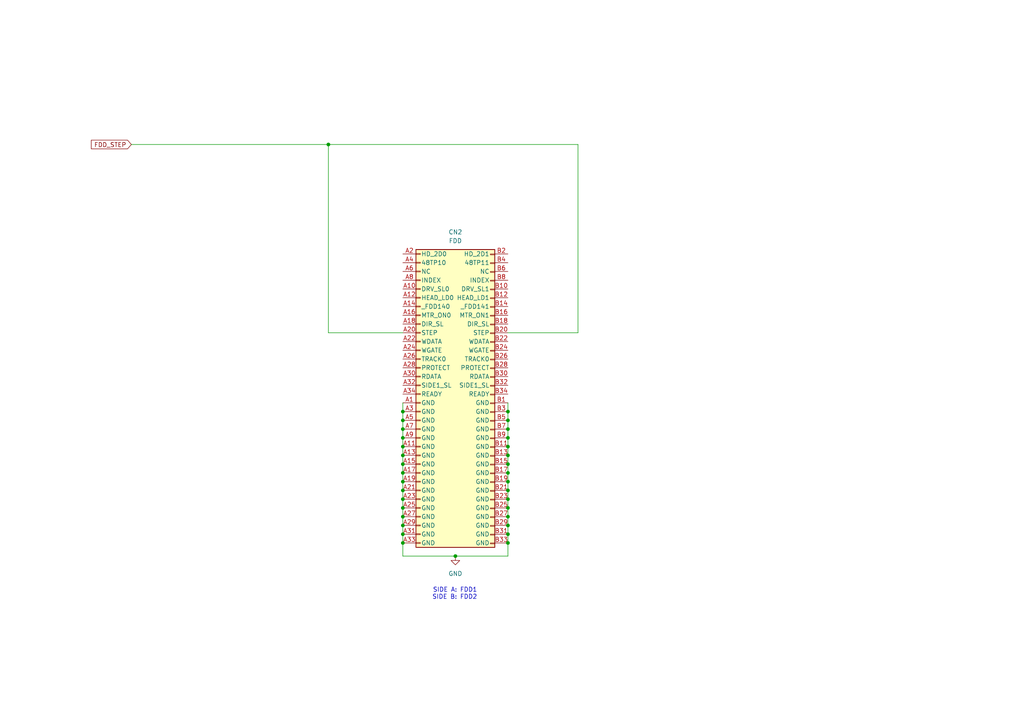
<source format=kicad_sch>
(kicad_sch (version 20230121) (generator eeschema)

  (uuid e504331b-2c8c-41f5-b2b6-78f25aeeff35)

  (paper "A4")

  (lib_symbols
    (symbol "Connector_Generic:Conn_02x34_Row_Letter_First" (pin_names (offset 1.524)) (in_bom yes) (on_board yes)
      (property "Reference" "CN2" (at 0 46.99 0)
        (effects (font (size 1.27 1.27)))
      )
      (property "Value" "FDD" (at 0 44.45 0)
        (effects (font (size 1.27 1.27)))
      )
      (property "Footprint" "88va_Library:HRS_HIF6-68PA" (at 0 -1.27 0)
        (effects (font (size 1.27 1.27)) hide)
      )
      (property "Datasheet" "~" (at -10.16 0 0)
        (effects (font (size 1.27 1.27)) hide)
      )
      (property "ki_keywords" "connector" (at 0 0 0)
        (effects (font (size 1.27 1.27)) hide)
      )
      (property "ki_description" "Generic connector, double row, 02x34, row letter first pin numbering scheme (pin number consists of a letter for the row and a number for the pin index in this row. a1, ..., aN; b1, ..., bN), script generated (kicad-library-utils/schlib/autogen/connector/)" (at 0 0 0)
        (effects (font (size 1.27 1.27)) hide)
      )
      (property "ki_fp_filters" "Connector*:*_2x??_*" (at 0 0 0)
        (effects (font (size 1.27 1.27)) hide)
      )
      (symbol "Conn_02x34_Row_Letter_First_1_1"
        (rectangle (start -11.43 -43.053) (end -10.16 -43.307)
          (stroke (width 0.1524) (type default))
          (fill (type none))
        )
        (rectangle (start -11.43 -40.513) (end -10.16 -40.767)
          (stroke (width 0.1524) (type default))
          (fill (type none))
        )
        (rectangle (start -11.43 -37.973) (end -10.16 -38.227)
          (stroke (width 0.1524) (type default))
          (fill (type none))
        )
        (rectangle (start -11.43 -35.433) (end -10.16 -35.687)
          (stroke (width 0.1524) (type default))
          (fill (type none))
        )
        (rectangle (start -11.43 -32.893) (end -10.16 -33.147)
          (stroke (width 0.1524) (type default))
          (fill (type none))
        )
        (rectangle (start -11.43 -30.353) (end -10.16 -30.607)
          (stroke (width 0.1524) (type default))
          (fill (type none))
        )
        (rectangle (start -11.43 -27.813) (end -10.16 -28.067)
          (stroke (width 0.1524) (type default))
          (fill (type none))
        )
        (rectangle (start -11.43 -25.273) (end -10.16 -25.527)
          (stroke (width 0.1524) (type default))
          (fill (type none))
        )
        (rectangle (start -11.43 -22.733) (end -10.16 -22.987)
          (stroke (width 0.1524) (type default))
          (fill (type none))
        )
        (rectangle (start -11.43 -20.193) (end -10.16 -20.447)
          (stroke (width 0.1524) (type default))
          (fill (type none))
        )
        (rectangle (start -11.43 -17.653) (end -10.16 -17.907)
          (stroke (width 0.1524) (type default))
          (fill (type none))
        )
        (rectangle (start -11.43 -15.113) (end -10.16 -15.367)
          (stroke (width 0.1524) (type default))
          (fill (type none))
        )
        (rectangle (start -11.43 -12.573) (end -10.16 -12.827)
          (stroke (width 0.1524) (type default))
          (fill (type none))
        )
        (rectangle (start -11.43 -10.033) (end -10.16 -10.287)
          (stroke (width 0.1524) (type default))
          (fill (type none))
        )
        (rectangle (start -11.43 -7.493) (end -10.16 -7.747)
          (stroke (width 0.1524) (type default))
          (fill (type none))
        )
        (rectangle (start -11.43 -4.953) (end -10.16 -5.207)
          (stroke (width 0.1524) (type default))
          (fill (type none))
        )
        (rectangle (start -11.43 -2.413) (end -10.16 -2.667)
          (stroke (width 0.1524) (type default))
          (fill (type none))
        )
        (rectangle (start -11.43 0.127) (end -10.16 -0.127)
          (stroke (width 0.1524) (type default))
          (fill (type none))
        )
        (rectangle (start -11.43 2.667) (end -10.16 2.413)
          (stroke (width 0.1524) (type default))
          (fill (type none))
        )
        (rectangle (start -11.43 5.207) (end -10.16 4.953)
          (stroke (width 0.1524) (type default))
          (fill (type none))
        )
        (rectangle (start -11.43 7.747) (end -10.16 7.493)
          (stroke (width 0.1524) (type default))
          (fill (type none))
        )
        (rectangle (start -11.43 10.287) (end -10.16 10.033)
          (stroke (width 0.1524) (type default))
          (fill (type none))
        )
        (rectangle (start -11.43 12.827) (end -10.16 12.573)
          (stroke (width 0.1524) (type default))
          (fill (type none))
        )
        (rectangle (start -11.43 15.367) (end -10.16 15.113)
          (stroke (width 0.1524) (type default))
          (fill (type none))
        )
        (rectangle (start -11.43 17.907) (end -10.16 17.653)
          (stroke (width 0.1524) (type default))
          (fill (type none))
        )
        (rectangle (start -11.43 20.447) (end -10.16 20.193)
          (stroke (width 0.1524) (type default))
          (fill (type none))
        )
        (rectangle (start -11.43 22.987) (end -10.16 22.733)
          (stroke (width 0.1524) (type default))
          (fill (type none))
        )
        (rectangle (start -11.43 25.527) (end -10.16 25.273)
          (stroke (width 0.1524) (type default))
          (fill (type none))
        )
        (rectangle (start -11.43 28.067) (end -10.16 27.813)
          (stroke (width 0.1524) (type default))
          (fill (type none))
        )
        (rectangle (start -11.43 30.607) (end -10.16 30.353)
          (stroke (width 0.1524) (type default))
          (fill (type none))
        )
        (rectangle (start -11.43 33.147) (end -10.16 32.893)
          (stroke (width 0.1524) (type default))
          (fill (type none))
        )
        (rectangle (start -11.43 35.687) (end -10.16 35.433)
          (stroke (width 0.1524) (type default))
          (fill (type none))
        )
        (rectangle (start -11.43 38.227) (end -10.16 37.973)
          (stroke (width 0.1524) (type default))
          (fill (type none))
        )
        (rectangle (start -11.43 40.767) (end -10.16 40.513)
          (stroke (width 0.1524) (type default))
          (fill (type none))
        )
        (rectangle (start -11.43 41.91) (end 11.43 -44.45)
          (stroke (width 0.254) (type default))
          (fill (type background))
        )
        (rectangle (start 11.43 -43.18) (end 10.16 -43.434)
          (stroke (width 0.1524) (type default))
          (fill (type none))
        )
        (rectangle (start 11.43 -40.64) (end 10.16 -40.894)
          (stroke (width 0.1524) (type default))
          (fill (type none))
        )
        (rectangle (start 11.43 -38.1) (end 10.16 -38.354)
          (stroke (width 0.1524) (type default))
          (fill (type none))
        )
        (rectangle (start 11.43 -35.56) (end 10.16 -35.814)
          (stroke (width 0.1524) (type default))
          (fill (type none))
        )
        (rectangle (start 11.43 -33.02) (end 10.16 -33.274)
          (stroke (width 0.1524) (type default))
          (fill (type none))
        )
        (rectangle (start 11.43 -30.48) (end 10.16 -30.734)
          (stroke (width 0.1524) (type default))
          (fill (type none))
        )
        (rectangle (start 11.43 -27.94) (end 10.16 -28.194)
          (stroke (width 0.1524) (type default))
          (fill (type none))
        )
        (rectangle (start 11.43 -25.4) (end 10.16 -25.654)
          (stroke (width 0.1524) (type default))
          (fill (type none))
        )
        (rectangle (start 11.43 -22.86) (end 10.16 -23.114)
          (stroke (width 0.1524) (type default))
          (fill (type none))
        )
        (rectangle (start 11.43 -20.32) (end 10.16 -20.574)
          (stroke (width 0.1524) (type default))
          (fill (type none))
        )
        (rectangle (start 11.43 -17.78) (end 10.16 -18.034)
          (stroke (width 0.1524) (type default))
          (fill (type none))
        )
        (rectangle (start 11.43 -15.24) (end 10.16 -15.494)
          (stroke (width 0.1524) (type default))
          (fill (type none))
        )
        (rectangle (start 11.43 -12.7) (end 10.16 -12.954)
          (stroke (width 0.1524) (type default))
          (fill (type none))
        )
        (rectangle (start 11.43 -10.16) (end 10.16 -10.414)
          (stroke (width 0.1524) (type default))
          (fill (type none))
        )
        (rectangle (start 11.43 -7.62) (end 10.16 -7.874)
          (stroke (width 0.1524) (type default))
          (fill (type none))
        )
        (rectangle (start 11.43 -5.08) (end 10.16 -5.334)
          (stroke (width 0.1524) (type default))
          (fill (type none))
        )
        (rectangle (start 11.43 -2.54) (end 10.16 -2.794)
          (stroke (width 0.1524) (type default))
          (fill (type none))
        )
        (rectangle (start 11.43 0) (end 10.16 -0.254)
          (stroke (width 0.1524) (type default))
          (fill (type none))
        )
        (rectangle (start 11.43 2.54) (end 10.16 2.286)
          (stroke (width 0.1524) (type default))
          (fill (type none))
        )
        (rectangle (start 11.43 5.08) (end 10.16 4.826)
          (stroke (width 0.1524) (type default))
          (fill (type none))
        )
        (rectangle (start 11.43 7.62) (end 10.16 7.366)
          (stroke (width 0.1524) (type default))
          (fill (type none))
        )
        (rectangle (start 11.43 10.16) (end 10.16 9.906)
          (stroke (width 0.1524) (type default))
          (fill (type none))
        )
        (rectangle (start 11.43 12.7) (end 10.16 12.446)
          (stroke (width 0.1524) (type default))
          (fill (type none))
        )
        (rectangle (start 11.43 15.24) (end 10.16 14.986)
          (stroke (width 0.1524) (type default))
          (fill (type none))
        )
        (rectangle (start 11.43 17.78) (end 10.16 17.526)
          (stroke (width 0.1524) (type default))
          (fill (type none))
        )
        (rectangle (start 11.43 20.32) (end 10.16 20.066)
          (stroke (width 0.1524) (type default))
          (fill (type none))
        )
        (rectangle (start 11.43 22.86) (end 10.16 22.606)
          (stroke (width 0.1524) (type default))
          (fill (type none))
        )
        (rectangle (start 11.43 25.4) (end 10.16 25.146)
          (stroke (width 0.1524) (type default))
          (fill (type none))
        )
        (rectangle (start 11.43 27.94) (end 10.16 27.686)
          (stroke (width 0.1524) (type default))
          (fill (type none))
        )
        (rectangle (start 11.43 30.48) (end 10.16 30.226)
          (stroke (width 0.1524) (type default))
          (fill (type none))
        )
        (rectangle (start 11.43 33.02) (end 10.16 32.766)
          (stroke (width 0.1524) (type default))
          (fill (type none))
        )
        (rectangle (start 11.43 35.56) (end 10.16 35.306)
          (stroke (width 0.1524) (type default))
          (fill (type none))
        )
        (rectangle (start 11.43 38.1) (end 10.16 37.846)
          (stroke (width 0.1524) (type default))
          (fill (type none))
        )
        (rectangle (start 11.43 40.64) (end 10.16 40.386)
          (stroke (width 0.1524) (type default))
          (fill (type none))
        )
        (pin passive line (at -15.24 -2.54 0) (length 3.81)
          (name "GND" (effects (font (size 1.27 1.27))))
          (number "A1" (effects (font (size 1.27 1.27))))
        )
        (pin passive line (at -15.24 30.48 0) (length 3.81)
          (name "DRV_SL0" (effects (font (size 1.27 1.27))))
          (number "A10" (effects (font (size 1.27 1.27))))
        )
        (pin passive line (at -15.24 -15.24 0) (length 3.81)
          (name "GND" (effects (font (size 1.27 1.27))))
          (number "A11" (effects (font (size 1.27 1.27))))
        )
        (pin passive line (at -15.24 27.94 0) (length 3.81)
          (name "HEAD_LD0" (effects (font (size 1.27 1.27))))
          (number "A12" (effects (font (size 1.27 1.27))))
        )
        (pin passive line (at -15.24 -17.78 0) (length 3.81)
          (name "GND" (effects (font (size 1.27 1.27))))
          (number "A13" (effects (font (size 1.27 1.27))))
        )
        (pin passive line (at -15.24 25.4 0) (length 3.81)
          (name "_FDD140" (effects (font (size 1.27 1.27))))
          (number "A14" (effects (font (size 1.27 1.27))))
        )
        (pin passive line (at -15.24 -20.32 0) (length 3.81)
          (name "GND" (effects (font (size 1.27 1.27))))
          (number "A15" (effects (font (size 1.27 1.27))))
        )
        (pin passive line (at -15.24 22.86 0) (length 3.81)
          (name "MTR_ON0" (effects (font (size 1.27 1.27))))
          (number "A16" (effects (font (size 1.27 1.27))))
        )
        (pin passive line (at -15.24 -22.86 0) (length 3.81)
          (name "GND" (effects (font (size 1.27 1.27))))
          (number "A17" (effects (font (size 1.27 1.27))))
        )
        (pin passive line (at -15.24 20.32 0) (length 3.81)
          (name "DIR_SL" (effects (font (size 1.27 1.27))))
          (number "A18" (effects (font (size 1.27 1.27))))
        )
        (pin passive line (at -15.24 -25.4 0) (length 3.81)
          (name "GND" (effects (font (size 1.27 1.27))))
          (number "A19" (effects (font (size 1.27 1.27))))
        )
        (pin passive line (at -15.24 40.64 0) (length 3.81)
          (name "HD_2D0" (effects (font (size 1.27 1.27))))
          (number "A2" (effects (font (size 1.27 1.27))))
        )
        (pin passive line (at -15.24 17.78 0) (length 3.81)
          (name "STEP" (effects (font (size 1.27 1.27))))
          (number "A20" (effects (font (size 1.27 1.27))))
        )
        (pin passive line (at -15.24 -27.94 0) (length 3.81)
          (name "GND" (effects (font (size 1.27 1.27))))
          (number "A21" (effects (font (size 1.27 1.27))))
        )
        (pin passive line (at -15.24 15.24 0) (length 3.81)
          (name "WDATA" (effects (font (size 1.27 1.27))))
          (number "A22" (effects (font (size 1.27 1.27))))
        )
        (pin passive line (at -15.24 -30.48 0) (length 3.81)
          (name "GND" (effects (font (size 1.27 1.27))))
          (number "A23" (effects (font (size 1.27 1.27))))
        )
        (pin passive line (at -15.24 12.7 0) (length 3.81)
          (name "WGATE" (effects (font (size 1.27 1.27))))
          (number "A24" (effects (font (size 1.27 1.27))))
        )
        (pin passive line (at -15.24 -33.02 0) (length 3.81)
          (name "GND" (effects (font (size 1.27 1.27))))
          (number "A25" (effects (font (size 1.27 1.27))))
        )
        (pin passive line (at -15.24 10.16 0) (length 3.81)
          (name "TRACK0" (effects (font (size 1.27 1.27))))
          (number "A26" (effects (font (size 1.27 1.27))))
        )
        (pin passive line (at -15.24 -35.56 0) (length 3.81)
          (name "GND" (effects (font (size 1.27 1.27))))
          (number "A27" (effects (font (size 1.27 1.27))))
        )
        (pin passive line (at -15.24 7.62 0) (length 3.81)
          (name "PROTECT" (effects (font (size 1.27 1.27))))
          (number "A28" (effects (font (size 1.27 1.27))))
        )
        (pin passive line (at -15.24 -38.1 0) (length 3.81)
          (name "GND" (effects (font (size 1.27 1.27))))
          (number "A29" (effects (font (size 1.27 1.27))))
        )
        (pin passive line (at -15.24 -5.08 0) (length 3.81)
          (name "GND" (effects (font (size 1.27 1.27))))
          (number "A3" (effects (font (size 1.27 1.27))))
        )
        (pin passive line (at -15.24 5.08 0) (length 3.81)
          (name "RDATA" (effects (font (size 1.27 1.27))))
          (number "A30" (effects (font (size 1.27 1.27))))
        )
        (pin passive line (at -15.24 -40.64 0) (length 3.81)
          (name "GND" (effects (font (size 1.27 1.27))))
          (number "A31" (effects (font (size 1.27 1.27))))
        )
        (pin passive line (at -15.24 2.54 0) (length 3.81)
          (name "SIDE1_SL" (effects (font (size 1.27 1.27))))
          (number "A32" (effects (font (size 1.27 1.27))))
        )
        (pin passive line (at -15.24 -43.18 0) (length 3.81)
          (name "GND" (effects (font (size 1.27 1.27))))
          (number "A33" (effects (font (size 1.27 1.27))))
        )
        (pin passive line (at -15.24 0 0) (length 3.81)
          (name "READY" (effects (font (size 1.27 1.27))))
          (number "A34" (effects (font (size 1.27 1.27))))
        )
        (pin passive line (at -15.24 38.1 0) (length 3.81)
          (name "48TP10" (effects (font (size 1.27 1.27))))
          (number "A4" (effects (font (size 1.27 1.27))))
        )
        (pin passive line (at -15.24 -7.62 0) (length 3.81)
          (name "GND" (effects (font (size 1.27 1.27))))
          (number "A5" (effects (font (size 1.27 1.27))))
        )
        (pin passive line (at -15.24 35.56 0) (length 3.81)
          (name "NC" (effects (font (size 1.27 1.27))))
          (number "A6" (effects (font (size 1.27 1.27))))
        )
        (pin passive line (at -15.24 -10.16 0) (length 3.81)
          (name "GND" (effects (font (size 1.27 1.27))))
          (number "A7" (effects (font (size 1.27 1.27))))
        )
        (pin passive line (at -15.24 33.02 0) (length 3.81)
          (name "INDEX" (effects (font (size 1.27 1.27))))
          (number "A8" (effects (font (size 1.27 1.27))))
        )
        (pin passive line (at -15.24 -12.7 0) (length 3.81)
          (name "GND" (effects (font (size 1.27 1.27))))
          (number "A9" (effects (font (size 1.27 1.27))))
        )
        (pin passive line (at 15.24 -2.54 180) (length 3.81)
          (name "GND" (effects (font (size 1.27 1.27))))
          (number "B1" (effects (font (size 1.27 1.27))))
        )
        (pin passive line (at 15.24 30.48 180) (length 3.81)
          (name "DRV_SL1" (effects (font (size 1.27 1.27))))
          (number "B10" (effects (font (size 1.27 1.27))))
        )
        (pin passive line (at 15.24 -15.24 180) (length 3.81)
          (name "GND" (effects (font (size 1.27 1.27))))
          (number "B11" (effects (font (size 1.27 1.27))))
        )
        (pin passive line (at 15.24 27.94 180) (length 3.81)
          (name "HEAD_LD1" (effects (font (size 1.27 1.27))))
          (number "B12" (effects (font (size 1.27 1.27))))
        )
        (pin passive line (at 15.24 -17.78 180) (length 3.81)
          (name "GND" (effects (font (size 1.27 1.27))))
          (number "B13" (effects (font (size 1.27 1.27))))
        )
        (pin passive line (at 15.24 25.4 180) (length 3.81)
          (name "_FDD141" (effects (font (size 1.27 1.27))))
          (number "B14" (effects (font (size 1.27 1.27))))
        )
        (pin passive line (at 15.24 -20.32 180) (length 3.81)
          (name "GND" (effects (font (size 1.27 1.27))))
          (number "B15" (effects (font (size 1.27 1.27))))
        )
        (pin passive line (at 15.24 22.86 180) (length 3.81)
          (name "MTR_ON1" (effects (font (size 1.27 1.27))))
          (number "B16" (effects (font (size 1.27 1.27))))
        )
        (pin passive line (at 15.24 -22.86 180) (length 3.81)
          (name "GND" (effects (font (size 1.27 1.27))))
          (number "B17" (effects (font (size 1.27 1.27))))
        )
        (pin passive line (at 15.24 20.32 180) (length 3.81)
          (name "DIR_SL" (effects (font (size 1.27 1.27))))
          (number "B18" (effects (font (size 1.27 1.27))))
        )
        (pin passive line (at 15.24 -25.4 180) (length 3.81)
          (name "GND" (effects (font (size 1.27 1.27))))
          (number "B19" (effects (font (size 1.27 1.27))))
        )
        (pin passive line (at 15.24 40.64 180) (length 3.81)
          (name "HD_2D1" (effects (font (size 1.27 1.27))))
          (number "B2" (effects (font (size 1.27 1.27))))
        )
        (pin passive line (at 15.24 17.78 180) (length 3.81)
          (name "STEP" (effects (font (size 1.27 1.27))))
          (number "B20" (effects (font (size 1.27 1.27))))
        )
        (pin passive line (at 15.24 -27.94 180) (length 3.81)
          (name "GND" (effects (font (size 1.27 1.27))))
          (number "B21" (effects (font (size 1.27 1.27))))
        )
        (pin passive line (at 15.24 15.24 180) (length 3.81)
          (name "WDATA" (effects (font (size 1.27 1.27))))
          (number "B22" (effects (font (size 1.27 1.27))))
        )
        (pin passive line (at 15.24 -30.48 180) (length 3.81)
          (name "GND" (effects (font (size 1.27 1.27))))
          (number "B23" (effects (font (size 1.27 1.27))))
        )
        (pin passive line (at 15.24 12.7 180) (length 3.81)
          (name "WGATE" (effects (font (size 1.27 1.27))))
          (number "B24" (effects (font (size 1.27 1.27))))
        )
        (pin passive line (at 15.24 -33.02 180) (length 3.81)
          (name "GND" (effects (font (size 1.27 1.27))))
          (number "B25" (effects (font (size 1.27 1.27))))
        )
        (pin passive line (at 15.24 10.16 180) (length 3.81)
          (name "TRACK0" (effects (font (size 1.27 1.27))))
          (number "B26" (effects (font (size 1.27 1.27))))
        )
        (pin passive line (at 15.24 -35.56 180) (length 3.81)
          (name "GND" (effects (font (size 1.27 1.27))))
          (number "B27" (effects (font (size 1.27 1.27))))
        )
        (pin passive line (at 15.24 7.62 180) (length 3.81)
          (name "PROTECT" (effects (font (size 1.27 1.27))))
          (number "B28" (effects (font (size 1.27 1.27))))
        )
        (pin passive line (at 15.24 -38.1 180) (length 3.81)
          (name "GND" (effects (font (size 1.27 1.27))))
          (number "B29" (effects (font (size 1.27 1.27))))
        )
        (pin passive line (at 15.24 -5.08 180) (length 3.81)
          (name "GND" (effects (font (size 1.27 1.27))))
          (number "B3" (effects (font (size 1.27 1.27))))
        )
        (pin passive line (at 15.24 5.08 180) (length 3.81)
          (name "RDATA" (effects (font (size 1.27 1.27))))
          (number "B30" (effects (font (size 1.27 1.27))))
        )
        (pin passive line (at 15.24 -40.64 180) (length 3.81)
          (name "GND" (effects (font (size 1.27 1.27))))
          (number "B31" (effects (font (size 1.27 1.27))))
        )
        (pin passive line (at 15.24 2.54 180) (length 3.81)
          (name "SIDE1_SL" (effects (font (size 1.27 1.27))))
          (number "B32" (effects (font (size 1.27 1.27))))
        )
        (pin passive line (at 15.24 -43.18 180) (length 3.81)
          (name "GND" (effects (font (size 1.27 1.27))))
          (number "B33" (effects (font (size 1.27 1.27))))
        )
        (pin passive line (at 15.24 0 180) (length 3.81)
          (name "READY" (effects (font (size 1.27 1.27))))
          (number "B34" (effects (font (size 1.27 1.27))))
        )
        (pin passive line (at 15.24 38.1 180) (length 3.81)
          (name "48TP11" (effects (font (size 1.27 1.27))))
          (number "B4" (effects (font (size 1.27 1.27))))
        )
        (pin passive line (at 15.24 -7.62 180) (length 3.81)
          (name "GND" (effects (font (size 1.27 1.27))))
          (number "B5" (effects (font (size 1.27 1.27))))
        )
        (pin passive line (at 15.24 35.56 180) (length 3.81)
          (name "NC" (effects (font (size 1.27 1.27))))
          (number "B6" (effects (font (size 1.27 1.27))))
        )
        (pin passive line (at 15.24 -10.16 180) (length 3.81)
          (name "GND" (effects (font (size 1.27 1.27))))
          (number "B7" (effects (font (size 1.27 1.27))))
        )
        (pin passive line (at 15.24 33.02 180) (length 3.81)
          (name "INDEX" (effects (font (size 1.27 1.27))))
          (number "B8" (effects (font (size 1.27 1.27))))
        )
        (pin passive line (at 15.24 -12.7 180) (length 3.81)
          (name "GND" (effects (font (size 1.27 1.27))))
          (number "B9" (effects (font (size 1.27 1.27))))
        )
      )
    )
    (symbol "power:GND" (power) (pin_names (offset 0)) (in_bom yes) (on_board yes)
      (property "Reference" "#PWR" (at 0 -6.35 0)
        (effects (font (size 1.27 1.27)) hide)
      )
      (property "Value" "GND" (at 0 -3.81 0)
        (effects (font (size 1.27 1.27)))
      )
      (property "Footprint" "" (at 0 0 0)
        (effects (font (size 1.27 1.27)) hide)
      )
      (property "Datasheet" "" (at 0 0 0)
        (effects (font (size 1.27 1.27)) hide)
      )
      (property "ki_keywords" "global power" (at 0 0 0)
        (effects (font (size 1.27 1.27)) hide)
      )
      (property "ki_description" "Power symbol creates a global label with name \"GND\" , ground" (at 0 0 0)
        (effects (font (size 1.27 1.27)) hide)
      )
      (symbol "GND_0_1"
        (polyline
          (pts
            (xy 0 0)
            (xy 0 -1.27)
            (xy 1.27 -1.27)
            (xy 0 -2.54)
            (xy -1.27 -1.27)
            (xy 0 -1.27)
          )
          (stroke (width 0) (type default))
          (fill (type none))
        )
      )
      (symbol "GND_1_1"
        (pin power_in line (at 0 0 270) (length 0) hide
          (name "GND" (effects (font (size 1.27 1.27))))
          (number "1" (effects (font (size 1.27 1.27))))
        )
      )
    )
  )

  (junction (at 116.84 139.7) (diameter 0) (color 0 0 0 0)
    (uuid 056983cb-1ef4-42ac-805d-d02514b7f45a)
  )
  (junction (at 116.84 132.08) (diameter 0) (color 0 0 0 0)
    (uuid 0e551bdd-3ec3-4aec-b9f5-ae90788cbc0f)
  )
  (junction (at 116.84 149.86) (diameter 0) (color 0 0 0 0)
    (uuid 0ed4f88b-4621-4bfe-b585-0c958ea9ba09)
  )
  (junction (at 116.84 137.16) (diameter 0) (color 0 0 0 0)
    (uuid 0eed5106-af35-4814-a5c7-e535b7c966c7)
  )
  (junction (at 116.84 127) (diameter 0) (color 0 0 0 0)
    (uuid 14fa73e0-febf-46e8-9b9e-a8c8ae815d59)
  )
  (junction (at 116.84 157.48) (diameter 0) (color 0 0 0 0)
    (uuid 1bddf2df-00ea-4655-b59e-0e61a8851c4f)
  )
  (junction (at 116.84 119.38) (diameter 0) (color 0 0 0 0)
    (uuid 2005bb6d-79cf-4d8f-940a-2d00b8e173cd)
  )
  (junction (at 147.32 147.32) (diameter 0) (color 0 0 0 0)
    (uuid 29e11ba6-4d41-4e5b-b9a0-53c35541b16d)
  )
  (junction (at 116.84 144.78) (diameter 0) (color 0 0 0 0)
    (uuid 43481aab-e388-434b-8aae-ba207d01b3f6)
  )
  (junction (at 147.32 139.7) (diameter 0) (color 0 0 0 0)
    (uuid 47c18c06-86b3-420d-af1c-ebfff26a09bf)
  )
  (junction (at 116.84 124.46) (diameter 0) (color 0 0 0 0)
    (uuid 47def736-ce07-4762-b709-ff04206c5a92)
  )
  (junction (at 116.84 147.32) (diameter 0) (color 0 0 0 0)
    (uuid 4f7d5093-4bdc-4765-86a0-97c345a8cd3b)
  )
  (junction (at 116.84 129.54) (diameter 0) (color 0 0 0 0)
    (uuid 51a1afcd-b26f-4e5b-9174-87687a238519)
  )
  (junction (at 116.84 142.24) (diameter 0) (color 0 0 0 0)
    (uuid 59f296ff-6da3-4e29-a436-677f7d19d371)
  )
  (junction (at 147.32 121.92) (diameter 0) (color 0 0 0 0)
    (uuid 653e4464-fcd5-4cb3-880e-1852d76e4e86)
  )
  (junction (at 147.32 137.16) (diameter 0) (color 0 0 0 0)
    (uuid 6d71dfc0-2096-4d45-9297-fbc9fbcbd7e4)
  )
  (junction (at 147.32 142.24) (diameter 0) (color 0 0 0 0)
    (uuid 6e902d6a-de66-408f-894b-530fd076f08a)
  )
  (junction (at 147.32 157.48) (diameter 0) (color 0 0 0 0)
    (uuid 8092043a-978d-4d5e-a7ab-75fce4f1e89c)
  )
  (junction (at 116.84 134.62) (diameter 0) (color 0 0 0 0)
    (uuid 81ac9a43-e92a-4413-8c0e-ebdb52e253d0)
  )
  (junction (at 147.32 127) (diameter 0) (color 0 0 0 0)
    (uuid 94aa5cf8-3276-44fe-b258-66cc2510b440)
  )
  (junction (at 147.32 154.94) (diameter 0) (color 0 0 0 0)
    (uuid 962d0839-b83d-42bb-bbcd-18cb91dc5e69)
  )
  (junction (at 116.84 152.4) (diameter 0) (color 0 0 0 0)
    (uuid 97fb6db7-a302-4e57-99a2-04f1728f07a6)
  )
  (junction (at 147.32 149.86) (diameter 0) (color 0 0 0 0)
    (uuid 9ee1c0a4-bede-428d-a7f2-c983fa465e08)
  )
  (junction (at 116.84 154.94) (diameter 0) (color 0 0 0 0)
    (uuid a1bcf045-91c0-44ed-9aab-df2782f9aeca)
  )
  (junction (at 147.32 132.08) (diameter 0) (color 0 0 0 0)
    (uuid a56de5eb-0f86-42ff-b96b-ee78976bdbf6)
  )
  (junction (at 147.32 144.78) (diameter 0) (color 0 0 0 0)
    (uuid c0be2d47-cd1b-4800-be30-68376771f55f)
  )
  (junction (at 132.08 161.29) (diameter 0) (color 0 0 0 0)
    (uuid cd4dde8f-4adf-4178-b348-1cd64db592b9)
  )
  (junction (at 147.32 129.54) (diameter 0) (color 0 0 0 0)
    (uuid d1bf891c-ad05-4afe-a1f0-9e2fd53b570c)
  )
  (junction (at 116.84 121.92) (diameter 0) (color 0 0 0 0)
    (uuid d6c76054-156a-4218-963b-7c34909d9cf2)
  )
  (junction (at 147.32 124.46) (diameter 0) (color 0 0 0 0)
    (uuid d9e82b48-b923-4c1f-80c8-97512a698253)
  )
  (junction (at 147.32 152.4) (diameter 0) (color 0 0 0 0)
    (uuid db885dd2-375f-4078-b30c-a9f5aa5ffd9d)
  )
  (junction (at 147.32 119.38) (diameter 0) (color 0 0 0 0)
    (uuid e88b6658-57ab-4174-bfb7-8e39b6dcfd66)
  )
  (junction (at 147.32 134.62) (diameter 0) (color 0 0 0 0)
    (uuid f0fa0a07-e573-452d-8b11-ffbc42823e3c)
  )
  (junction (at 95.25 41.91) (diameter 0) (color 0 0 0 0)
    (uuid fbf11d50-eed9-4c05-83fb-b2341de9cc39)
  )

  (wire (pts (xy 116.84 139.7) (xy 116.84 142.24))
    (stroke (width 0) (type default))
    (uuid 0122b89c-f64d-4dce-abc1-05cb906e8ff7)
  )
  (wire (pts (xy 147.32 127) (xy 147.32 129.54))
    (stroke (width 0) (type default))
    (uuid 0857c415-b16c-496b-9d57-1d023cfa390d)
  )
  (wire (pts (xy 116.84 134.62) (xy 116.84 137.16))
    (stroke (width 0) (type default))
    (uuid 162df5d4-02a8-4e1f-b30c-d37b957387c1)
  )
  (wire (pts (xy 116.84 154.94) (xy 116.84 157.48))
    (stroke (width 0) (type default))
    (uuid 1750201f-81bb-4e12-b5ab-1c19c24d6d9f)
  )
  (wire (pts (xy 147.32 154.94) (xy 147.32 157.48))
    (stroke (width 0) (type default))
    (uuid 1d138bc6-c39f-4f07-89be-2e0d21777e37)
  )
  (wire (pts (xy 116.84 144.78) (xy 116.84 147.32))
    (stroke (width 0) (type default))
    (uuid 32e5a739-2a95-47ce-bcb8-c9a80d25486b)
  )
  (wire (pts (xy 147.32 134.62) (xy 147.32 137.16))
    (stroke (width 0) (type default))
    (uuid 350efffc-8675-4df2-87ba-d2bb10aaff60)
  )
  (wire (pts (xy 116.84 152.4) (xy 116.84 154.94))
    (stroke (width 0) (type default))
    (uuid 41656665-82f4-4ac2-afb0-6d93f69ecdf6)
  )
  (wire (pts (xy 116.84 124.46) (xy 116.84 127))
    (stroke (width 0) (type default))
    (uuid 4174316c-2a84-4e75-aa22-86d0d5f86a0c)
  )
  (wire (pts (xy 147.32 96.52) (xy 167.64 96.52))
    (stroke (width 0) (type default))
    (uuid 44f4aff7-7718-4f3a-b024-61a5eba034db)
  )
  (wire (pts (xy 167.64 41.91) (xy 167.64 96.52))
    (stroke (width 0) (type default))
    (uuid 4b426464-c729-4900-a5a0-783b68f54276)
  )
  (wire (pts (xy 147.32 157.48) (xy 147.32 161.29))
    (stroke (width 0) (type default))
    (uuid 56f1bf14-2b3f-45f7-8cd8-2bd5675f70f4)
  )
  (wire (pts (xy 116.84 116.84) (xy 116.84 119.38))
    (stroke (width 0) (type default))
    (uuid 5f484895-3a28-4e12-a685-5c6c8945ed45)
  )
  (wire (pts (xy 95.25 41.91) (xy 167.64 41.91))
    (stroke (width 0) (type default))
    (uuid 62659a4d-e788-44cd-98e6-111dfc354dbd)
  )
  (wire (pts (xy 147.32 124.46) (xy 147.32 127))
    (stroke (width 0) (type default))
    (uuid 64c34302-e915-4902-ba0b-fdff819edef6)
  )
  (wire (pts (xy 116.84 121.92) (xy 116.84 124.46))
    (stroke (width 0) (type default))
    (uuid 7654788b-221c-4f99-92ca-c23e7771aeb3)
  )
  (wire (pts (xy 147.32 142.24) (xy 147.32 144.78))
    (stroke (width 0) (type default))
    (uuid 78d40845-3c52-44c6-9553-c2cba4598904)
  )
  (wire (pts (xy 147.32 147.32) (xy 147.32 149.86))
    (stroke (width 0) (type default))
    (uuid 79455224-e6af-4142-aea4-32ea954a2aed)
  )
  (wire (pts (xy 116.84 157.48) (xy 116.84 161.29))
    (stroke (width 0) (type default))
    (uuid 7a153959-c21e-4263-9e30-f748107a0993)
  )
  (wire (pts (xy 147.32 132.08) (xy 147.32 134.62))
    (stroke (width 0) (type default))
    (uuid 7ab4ae3d-6aa0-4c2e-8e2e-6cdc0e6589bc)
  )
  (wire (pts (xy 116.84 147.32) (xy 116.84 149.86))
    (stroke (width 0) (type default))
    (uuid 7d4719ea-f76f-440d-a93a-2a5b65467ef9)
  )
  (wire (pts (xy 95.25 41.91) (xy 95.25 96.52))
    (stroke (width 0) (type default))
    (uuid 89c15589-bbd0-42f4-aa4c-1c4048af9e2c)
  )
  (wire (pts (xy 147.32 129.54) (xy 147.32 132.08))
    (stroke (width 0) (type default))
    (uuid 8e9adaa6-af8a-4007-9a99-a8d1ba664cf2)
  )
  (wire (pts (xy 116.84 149.86) (xy 116.84 152.4))
    (stroke (width 0) (type default))
    (uuid 9418c8a0-b11e-439d-bade-5e6120ed1c98)
  )
  (wire (pts (xy 38.1 41.91) (xy 95.25 41.91))
    (stroke (width 0) (type default))
    (uuid 946c7e7f-b426-4d79-b3ee-1610da37ad06)
  )
  (wire (pts (xy 132.08 161.29) (xy 147.32 161.29))
    (stroke (width 0) (type default))
    (uuid 995e49c8-ba0b-4cda-ba7a-dbbd32c68fcd)
  )
  (wire (pts (xy 116.84 132.08) (xy 116.84 134.62))
    (stroke (width 0) (type default))
    (uuid 9b1eab61-436a-4d37-a4dc-eadc3bedecd1)
  )
  (wire (pts (xy 147.32 116.84) (xy 147.32 119.38))
    (stroke (width 0) (type default))
    (uuid 9c83a152-0628-4da2-a9eb-793b22305945)
  )
  (wire (pts (xy 116.84 129.54) (xy 116.84 132.08))
    (stroke (width 0) (type default))
    (uuid a3a4280c-4157-4e11-8af3-3b154002b8e8)
  )
  (wire (pts (xy 95.25 96.52) (xy 116.84 96.52))
    (stroke (width 0) (type default))
    (uuid a652f80d-31a7-4e5c-b1a5-552a16926b42)
  )
  (wire (pts (xy 116.84 137.16) (xy 116.84 139.7))
    (stroke (width 0) (type default))
    (uuid ba766f55-f3aa-4104-8946-29d5a86a7322)
  )
  (wire (pts (xy 147.32 121.92) (xy 147.32 124.46))
    (stroke (width 0) (type default))
    (uuid be384b2e-783b-4b54-9feb-496c6e30d34a)
  )
  (wire (pts (xy 147.32 152.4) (xy 147.32 154.94))
    (stroke (width 0) (type default))
    (uuid bf8debb1-cf89-4734-832b-3d89915d70b9)
  )
  (wire (pts (xy 147.32 144.78) (xy 147.32 147.32))
    (stroke (width 0) (type default))
    (uuid c38943f8-aeb6-4a39-9bd9-d459c89c6035)
  )
  (wire (pts (xy 116.84 119.38) (xy 116.84 121.92))
    (stroke (width 0) (type default))
    (uuid c6d2176e-2cab-4f72-ab1c-04d029c3528b)
  )
  (wire (pts (xy 147.32 137.16) (xy 147.32 139.7))
    (stroke (width 0) (type default))
    (uuid cef3172c-41ae-4da2-b93d-5ee20ff63186)
  )
  (wire (pts (xy 147.32 149.86) (xy 147.32 152.4))
    (stroke (width 0) (type default))
    (uuid d1c70ce5-f635-4688-ac19-7e2610d3e226)
  )
  (wire (pts (xy 147.32 139.7) (xy 147.32 142.24))
    (stroke (width 0) (type default))
    (uuid d3cb7fae-a447-499a-ac49-314811b30a9a)
  )
  (wire (pts (xy 116.84 142.24) (xy 116.84 144.78))
    (stroke (width 0) (type default))
    (uuid df1893f8-3e6c-4bcc-9cd5-693dcc5375d6)
  )
  (wire (pts (xy 116.84 127) (xy 116.84 129.54))
    (stroke (width 0) (type default))
    (uuid e791157c-759c-4e17-a7a3-36308ef55db3)
  )
  (wire (pts (xy 147.32 119.38) (xy 147.32 121.92))
    (stroke (width 0) (type default))
    (uuid ef4160d1-7eed-4110-85c1-a4026c07d7e1)
  )
  (wire (pts (xy 116.84 161.29) (xy 132.08 161.29))
    (stroke (width 0) (type default))
    (uuid efd8ff09-92a4-4292-9517-98ea3a6b33f5)
  )

  (text "SIDE A: FDD1\nSIDE B: FDD2" (at 138.43 173.99 0)
    (effects (font (size 1.27 1.27)) (justify right bottom))
    (uuid 32da8f92-2558-42aa-b481-2cd7db09f526)
  )

  (global_label "FDD_STEP" (shape input) (at 38.1 41.91 180) (fields_autoplaced)
    (effects (font (size 1.27 1.27)) (justify right))
    (uuid f04e1ca4-6839-49f7-8ffe-0bcc61703388)
    (property "Intersheetrefs" "${INTERSHEET_REFS}" (at 25.9225 41.91 0)
      (effects (font (size 1.27 1.27)) (justify right) hide)
    )
  )

  (symbol (lib_id "Connector_Generic:Conn_02x34_Row_Letter_First") (at 132.08 114.3 0) (unit 1)
    (in_bom yes) (on_board yes) (dnp no) (fields_autoplaced)
    (uuid 2dd20ca7-eeb6-4dad-8ba2-02503cad3c49)
    (property "Reference" "CN2" (at 132.08 67.31 0)
      (effects (font (size 1.27 1.27)))
    )
    (property "Value" "FDD" (at 132.08 69.85 0)
      (effects (font (size 1.27 1.27)))
    )
    (property "Footprint" "88va_Library:HRS_HIF6-68PA" (at 132.08 115.57 0)
      (effects (font (size 1.27 1.27)) hide)
    )
    (property "Datasheet" "~" (at 121.92 114.3 0)
      (effects (font (size 1.27 1.27)) hide)
    )
    (pin "B20" (uuid e4a9a8df-097e-4034-956c-7c5bbc0266f0))
    (pin "B32" (uuid 703d32b3-de70-4cee-82fc-bbe15ba82308))
    (pin "A17" (uuid 6dbc1f60-d8de-4904-b59b-eaf251961dbc))
    (pin "B31" (uuid e692daa9-9c29-425b-ac9b-4669907e3254))
    (pin "B11" (uuid 82cf7128-3720-459b-8a2f-8e7b9a5662fb))
    (pin "B18" (uuid 2f00c02e-08b8-4ab5-ab5d-247067e91245))
    (pin "A20" (uuid 46e1a219-dde7-4653-abdb-1c5c7e3973f3))
    (pin "B27" (uuid 53703f96-c101-4247-9ea0-6d41de3f8d4b))
    (pin "A7" (uuid af239080-289a-4345-9204-e375be15922c))
    (pin "B9" (uuid 203bc7e1-a8e8-4c7e-b61f-c234864be697))
    (pin "B1" (uuid d24eab3b-203a-4f87-b2e3-4bb0a6110d40))
    (pin "A25" (uuid 073bab4f-4e53-47a9-a01c-d311096f7ed3))
    (pin "B23" (uuid b06a8bd6-3de5-4dd0-9410-e0b613f74917))
    (pin "A1" (uuid 3ac65ff2-d349-4c0d-b342-d4d8a2e6f77d))
    (pin "B13" (uuid 31a0082a-b682-491c-80d9-2d0c13b52df5))
    (pin "B7" (uuid a0839d47-d87c-4382-b3ef-533fa241053e))
    (pin "A4" (uuid 28b96699-c497-4128-b456-cddbb0b3c35c))
    (pin "B2" (uuid a6d480d2-d178-422c-9be0-ada232e4fdde))
    (pin "B15" (uuid 01d11aad-4fc2-4f80-b9ec-c0ba6c6a2a01))
    (pin "B25" (uuid 89435010-99d8-4a84-8375-f5b014317c31))
    (pin "B12" (uuid 1dc97deb-400a-49ef-b9af-55bd62a29594))
    (pin "B21" (uuid c9548492-3bbf-4fa6-ba13-e9eec7213b25))
    (pin "B22" (uuid 2465eb48-4187-4a4e-a8d8-bd30cad365b4))
    (pin "B26" (uuid d72097a0-5a69-404f-9576-3d07dcc3194c))
    (pin "B8" (uuid 66aac5ad-1907-4f83-9f93-23742998d917))
    (pin "B33" (uuid d4159d4d-6d4b-456f-92d0-173993d976f8))
    (pin "A33" (uuid abc46e3e-2f65-4964-b074-dfc55011f08b))
    (pin "A23" (uuid 61ca0bdb-cb2a-4449-b866-f640d393392d))
    (pin "A13" (uuid 5851b227-e01f-4fa1-a9fa-b26c719a1776))
    (pin "B29" (uuid b29822f4-5b9c-434e-a398-da7098665f17))
    (pin "A3" (uuid 514dec98-87c4-473f-88a8-fa0a49137705))
    (pin "A22" (uuid cec1b3d6-074a-4941-9a16-a25263c5d88d))
    (pin "B14" (uuid 0073b526-70d6-4309-a3ef-7f2f08b95493))
    (pin "A16" (uuid b71ca734-2359-4901-996e-e1950a4a09dc))
    (pin "A5" (uuid 56edc4fa-de06-431d-ae8c-8b974bcb528d))
    (pin "A18" (uuid 782d3f50-4022-4a8f-b4d1-4c5aa787deaf))
    (pin "B16" (uuid 25ee7d82-33b8-41a2-9997-82204cb2ef9f))
    (pin "A31" (uuid 857a073e-76f0-4d67-a2cc-948b430d71f7))
    (pin "B17" (uuid 9cb17633-fe0d-44d2-b147-74d755412d3e))
    (pin "A26" (uuid 75fe088e-5977-488b-8644-19f9b2ecc5e1))
    (pin "B4" (uuid f67957f5-7ee5-4149-9f29-b1629846c37a))
    (pin "A10" (uuid 57bfea59-edec-4bf4-a476-a83d29f9e1bc))
    (pin "B19" (uuid d66e1030-185d-49a0-8795-ad3ec2da7d71))
    (pin "B6" (uuid a593a8e0-3d1a-4c18-a960-6bab84f17050))
    (pin "B3" (uuid c06a3249-04e8-488d-8a48-a7cf24b705a6))
    (pin "A12" (uuid 43f191a8-95d3-46b8-825d-6b9637c9d7b3))
    (pin "B24" (uuid 2bdb0cb3-4b1b-4eb6-bcae-99ba733b333e))
    (pin "B5" (uuid 48791220-38c1-4550-8001-960908bf01d1))
    (pin "B34" (uuid df99199a-fdcc-4727-8b62-f5409ad2cb61))
    (pin "A32" (uuid 15d3afa3-9ddf-4e89-b17f-243839e3acf4))
    (pin "A6" (uuid 076592d5-5ea8-4f24-b113-4fdbd3d22ec0))
    (pin "A15" (uuid 72236fcf-b65d-437c-b3e3-5e9ab2666d90))
    (pin "B28" (uuid de82603b-2d16-48e9-b98b-bf5742a4b0c6))
    (pin "A21" (uuid a9820385-1320-4a6c-8d08-54ecca9d5ad2))
    (pin "B30" (uuid d789c77a-f53c-4a7a-b1ed-0aa2961517a9))
    (pin "A14" (uuid 6dfbecee-bebc-4fd6-bdf6-776c21c2005d))
    (pin "A19" (uuid 9e13e0af-4845-45df-81ad-08f7b93ff187))
    (pin "A2" (uuid 047ff7ea-a984-47d2-864b-e2fc35e26f7e))
    (pin "A11" (uuid 8f9f20a4-90e9-451b-8ed2-ae95cc9d2118))
    (pin "A24" (uuid 79501dc5-43f1-4e12-860e-a82850e27071))
    (pin "A27" (uuid 55e54c36-1543-45aa-aea1-526dad0b5687))
    (pin "A28" (uuid 6b9ffb44-8c9a-49d3-a49d-51f159de5ad4))
    (pin "A29" (uuid f871aabe-4c97-4403-bf50-cd929abe0c67))
    (pin "B10" (uuid dc6f3848-099a-49d9-884d-8c0a73482a97))
    (pin "A8" (uuid b77a1df6-96fc-4cc5-be0e-18380006f28e))
    (pin "A9" (uuid 3adbb4f9-f57a-4000-b6aa-455a8c472aec))
    (pin "A34" (uuid 11b01af3-c2b0-45f3-a488-338a1458b4d4))
    (pin "A30" (uuid 83cf8b47-195b-4c3a-b3a3-ab098a59c4c3))
    (instances
      (project "88va2-circuit"
        (path "/8cd193ae-a369-4130-9ba4-f2075fa60e2b/2ca9362f-b9ab-4d0b-a9b8-cae3f1219ec1"
          (reference "CN2") (unit 1)
        )
      )
    )
  )

  (symbol (lib_id "power:GND") (at 132.08 161.29 0) (unit 1)
    (in_bom yes) (on_board yes) (dnp no) (fields_autoplaced)
    (uuid da2aa05b-e73e-4c37-b67f-a67bd6b6729c)
    (property "Reference" "#PWR023" (at 132.08 167.64 0)
      (effects (font (size 1.27 1.27)) hide)
    )
    (property "Value" "GND" (at 132.08 166.37 0)
      (effects (font (size 1.27 1.27)))
    )
    (property "Footprint" "" (at 132.08 161.29 0)
      (effects (font (size 1.27 1.27)) hide)
    )
    (property "Datasheet" "" (at 132.08 161.29 0)
      (effects (font (size 1.27 1.27)) hide)
    )
    (pin "1" (uuid 15e2b63b-6c76-4e88-a475-5b61e2004eec))
    (instances
      (project "88va2-circuit"
        (path "/8cd193ae-a369-4130-9ba4-f2075fa60e2b/2ca9362f-b9ab-4d0b-a9b8-cae3f1219ec1"
          (reference "#PWR023") (unit 1)
        )
      )
    )
  )
)

</source>
